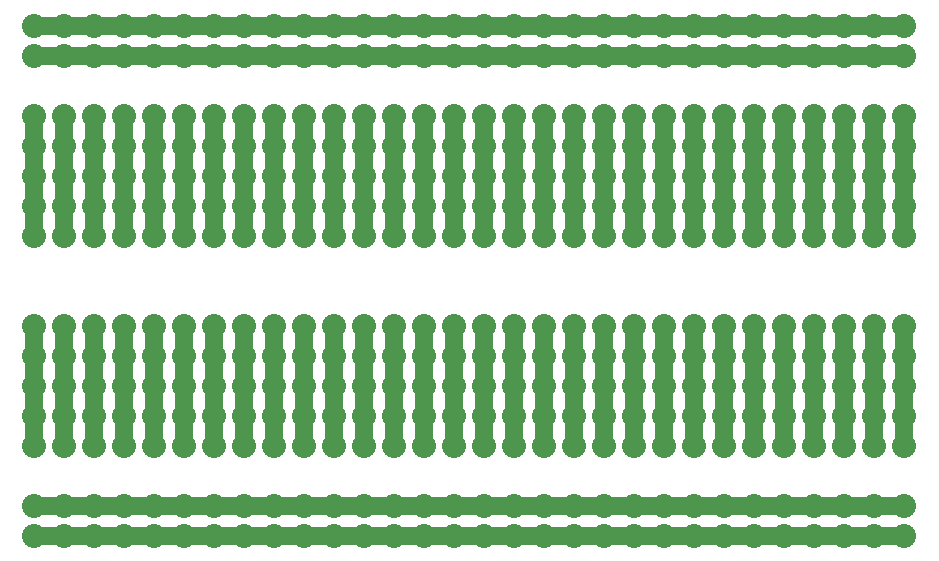
<source format=gbl>
G04 Layer: BottomLayer*
G04 EasyEDA v6.4.7, 2020-11-05T13:47:00--3:00*
G04 c1199a7e55574453b5ef4e22c537c2a6,NaN*
G04 Gerber Generator version 0.2*
G04 Scale: 100 percent, Rotated: No, Reflected: No *
G04 Dimensions in inches *
G04 leading zeros omitted , absolute positions ,2 integer and 4 decimal *
%FSLAX24Y24*%
%MOIN*%
G90*
D02*

%ADD11C,0.060000*%
%ADD12C,0.080000*%

%LPD*%
G54D11*
G01X500Y18000D02*
G01X29500Y18000D01*
G01X500Y15000D02*
G01X500Y11000D01*
G01X500Y17000D02*
G01X29500Y17000D01*
G01X500Y1000D02*
G01X29500Y1000D01*
G01X500Y2000D02*
G01X29500Y2000D01*
G01X500Y8000D02*
G01X500Y4000D01*
G01X1500Y15000D02*
G01X1500Y11000D01*
G01X2500Y15000D02*
G01X2500Y11000D01*
G01X3500Y15000D02*
G01X3500Y11000D01*
G01X4500Y15000D02*
G01X4500Y11000D01*
G01X5500Y15000D02*
G01X5500Y11000D01*
G01X6500Y15000D02*
G01X6500Y11000D01*
G01X7500Y15000D02*
G01X7500Y11000D01*
G01X8500Y15000D02*
G01X8500Y11000D01*
G01X9500Y15000D02*
G01X9500Y11000D01*
G01X10500Y15000D02*
G01X10500Y11000D01*
G01X11500Y15000D02*
G01X11500Y11000D01*
G01X12500Y15000D02*
G01X12500Y11000D01*
G01X13500Y15000D02*
G01X13500Y11000D01*
G01X14500Y15000D02*
G01X14500Y11000D01*
G01X15500Y15000D02*
G01X15500Y11000D01*
G01X16500Y15000D02*
G01X16500Y11000D01*
G01X17500Y15000D02*
G01X17500Y11000D01*
G01X18500Y15000D02*
G01X18500Y11000D01*
G01X19500Y15000D02*
G01X19500Y11000D01*
G01X20500Y15000D02*
G01X20500Y11000D01*
G01X21500Y15000D02*
G01X21500Y11000D01*
G01X22500Y15000D02*
G01X22500Y11000D01*
G01X23500Y15000D02*
G01X23500Y11000D01*
G01X24500Y15000D02*
G01X24500Y11000D01*
G01X25500Y15000D02*
G01X25500Y11000D01*
G01X26500Y15000D02*
G01X26500Y11000D01*
G01X27500Y15000D02*
G01X27500Y11000D01*
G01X28500Y15000D02*
G01X28500Y11000D01*
G01X29500Y15000D02*
G01X29500Y11000D01*
G01X1500Y8000D02*
G01X1500Y4000D01*
G01X2500Y8000D02*
G01X2500Y4000D01*
G01X3500Y8000D02*
G01X3500Y4000D01*
G01X4500Y8000D02*
G01X4500Y4000D01*
G01X5500Y8000D02*
G01X5500Y4000D01*
G01X6500Y8000D02*
G01X6500Y4000D01*
G01X7500Y8000D02*
G01X7500Y4000D01*
G01X8500Y8000D02*
G01X8500Y4000D01*
G01X9500Y8000D02*
G01X9500Y4000D01*
G01X10500Y8000D02*
G01X10500Y4000D01*
G01X11500Y8000D02*
G01X11500Y4000D01*
G01X12500Y8000D02*
G01X12500Y4000D01*
G01X13500Y8000D02*
G01X13500Y4000D01*
G01X14500Y8000D02*
G01X14500Y4000D01*
G01X15500Y8000D02*
G01X15500Y4000D01*
G01X16500Y8000D02*
G01X16500Y4000D01*
G01X17500Y8000D02*
G01X17500Y4000D01*
G01X18500Y8000D02*
G01X18500Y4000D01*
G01X19500Y8000D02*
G01X19500Y4000D01*
G01X20500Y8000D02*
G01X20500Y4000D01*
G01X21500Y8000D02*
G01X21500Y4000D01*
G01X22500Y8000D02*
G01X22500Y4000D01*
G01X23500Y8000D02*
G01X23500Y4000D01*
G01X24500Y8000D02*
G01X24500Y4000D01*
G01X25500Y8000D02*
G01X25500Y4000D01*
G01X26500Y8000D02*
G01X26500Y4000D01*
G01X27500Y8000D02*
G01X27500Y4000D01*
G01X28500Y8000D02*
G01X28500Y4000D01*
G01X29500Y8000D02*
G01X29500Y4000D01*
G54D12*
G01X500Y18000D03*
G01X1500Y18000D03*
G01X3500Y18000D03*
G01X4500Y18000D03*
G01X5500Y18000D03*
G01X6500Y18000D03*
G01X7500Y18000D03*
G01X8500Y18000D03*
G01X9500Y18000D03*
G01X10500Y18000D03*
G01X11500Y18000D03*
G01X12500Y18000D03*
G01X13500Y18000D03*
G01X14500Y18000D03*
G01X15500Y18000D03*
G01X16500Y18000D03*
G01X17500Y18000D03*
G01X18500Y18000D03*
G01X19500Y18000D03*
G01X20500Y18000D03*
G01X21500Y18000D03*
G01X22500Y18000D03*
G01X23500Y18000D03*
G01X24500Y18000D03*
G01X25500Y18000D03*
G01X26500Y18000D03*
G01X27500Y18000D03*
G01X28500Y18000D03*
G01X29500Y18000D03*
G01X500Y15000D03*
G01X500Y14000D03*
G01X500Y13000D03*
G01X500Y12000D03*
G01X500Y11000D03*
G01X500Y17000D03*
G01X1500Y17000D03*
G01X2500Y17000D03*
G01X3500Y17000D03*
G01X4500Y17000D03*
G01X5500Y17000D03*
G01X6500Y17000D03*
G01X7500Y17000D03*
G01X8500Y17000D03*
G01X9500Y17000D03*
G01X10500Y17000D03*
G01X11500Y17000D03*
G01X12500Y17000D03*
G01X13500Y17000D03*
G01X14500Y17000D03*
G01X15500Y17000D03*
G01X16500Y17000D03*
G01X17500Y17000D03*
G01X18500Y17000D03*
G01X19500Y17000D03*
G01X20500Y17000D03*
G01X21500Y17000D03*
G01X22500Y17000D03*
G01X23500Y17000D03*
G01X24500Y17000D03*
G01X25500Y17000D03*
G01X26500Y17000D03*
G01X27500Y17000D03*
G01X28500Y17000D03*
G01X29500Y17000D03*
G01X500Y1000D03*
G01X1500Y1000D03*
G01X2500Y1000D03*
G01X3500Y1000D03*
G01X4500Y1000D03*
G01X5500Y1000D03*
G01X6500Y1000D03*
G01X7500Y1000D03*
G01X8500Y1000D03*
G01X9500Y1000D03*
G01X10500Y1000D03*
G01X11500Y1000D03*
G01X12500Y1000D03*
G01X13500Y1000D03*
G01X14500Y1000D03*
G01X15500Y1000D03*
G01X16500Y1000D03*
G01X17500Y1000D03*
G01X18500Y1000D03*
G01X19500Y1000D03*
G01X20500Y1000D03*
G01X21500Y1000D03*
G01X22500Y1000D03*
G01X23500Y1000D03*
G01X24500Y1000D03*
G01X25500Y1000D03*
G01X26500Y1000D03*
G01X27500Y1000D03*
G01X28500Y1000D03*
G01X29500Y1000D03*
G01X500Y2000D03*
G01X1500Y2000D03*
G01X2500Y2000D03*
G01X3500Y2000D03*
G01X4500Y2000D03*
G01X5500Y2000D03*
G01X6500Y2000D03*
G01X7500Y2000D03*
G01X8500Y2000D03*
G01X9500Y2000D03*
G01X10500Y2000D03*
G01X11500Y2000D03*
G01X12500Y2000D03*
G01X13500Y2000D03*
G01X14500Y2000D03*
G01X15500Y2000D03*
G01X16500Y2000D03*
G01X17500Y2000D03*
G01X18500Y2000D03*
G01X19500Y2000D03*
G01X20500Y2000D03*
G01X21500Y2000D03*
G01X22500Y2000D03*
G01X23500Y2000D03*
G01X24500Y2000D03*
G01X25500Y2000D03*
G01X26500Y2000D03*
G01X27500Y2000D03*
G01X28500Y2000D03*
G01X29500Y2000D03*
G01X500Y8000D03*
G01X500Y7000D03*
G01X500Y6000D03*
G01X500Y5000D03*
G01X500Y4000D03*
G01X1500Y15000D03*
G01X1500Y14000D03*
G01X1500Y13000D03*
G01X1500Y12000D03*
G01X1500Y11000D03*
G01X2500Y15000D03*
G01X2500Y14000D03*
G01X2500Y13000D03*
G01X2500Y12000D03*
G01X2500Y11000D03*
G01X3500Y15000D03*
G01X3500Y14000D03*
G01X3500Y13000D03*
G01X3500Y12000D03*
G01X3500Y11000D03*
G01X4500Y15000D03*
G01X4500Y14000D03*
G01X4500Y13000D03*
G01X4500Y12000D03*
G01X4500Y11000D03*
G01X5500Y15000D03*
G01X5500Y14000D03*
G01X5500Y13000D03*
G01X5500Y12000D03*
G01X5500Y11000D03*
G01X6500Y15000D03*
G01X6500Y14000D03*
G01X6500Y13000D03*
G01X6500Y12000D03*
G01X6500Y11000D03*
G01X7500Y15000D03*
G01X7500Y14000D03*
G01X7500Y13000D03*
G01X7500Y12000D03*
G01X7500Y11000D03*
G01X8500Y15000D03*
G01X8500Y14000D03*
G01X8500Y13000D03*
G01X8500Y12000D03*
G01X8500Y11000D03*
G01X9500Y15000D03*
G01X9500Y14000D03*
G01X9500Y13000D03*
G01X9500Y12000D03*
G01X9500Y11000D03*
G01X10500Y15000D03*
G01X10500Y14000D03*
G01X10500Y13000D03*
G01X10500Y12000D03*
G01X10500Y11000D03*
G01X11500Y15000D03*
G01X11500Y14000D03*
G01X11500Y13000D03*
G01X11500Y12000D03*
G01X11500Y11000D03*
G01X12500Y15000D03*
G01X12500Y14000D03*
G01X12500Y13000D03*
G01X12500Y12000D03*
G01X12500Y11000D03*
G01X13500Y15000D03*
G01X13500Y14000D03*
G01X13500Y13000D03*
G01X13500Y12000D03*
G01X13500Y11000D03*
G01X14500Y15000D03*
G01X14500Y14000D03*
G01X14500Y13000D03*
G01X14500Y12000D03*
G01X14500Y11000D03*
G01X15500Y15000D03*
G01X15500Y14000D03*
G01X15500Y13000D03*
G01X15500Y12000D03*
G01X15500Y11000D03*
G01X16500Y15000D03*
G01X16500Y14000D03*
G01X16500Y13000D03*
G01X16500Y12000D03*
G01X16500Y11000D03*
G01X17500Y15000D03*
G01X17500Y14000D03*
G01X17500Y13000D03*
G01X17500Y12000D03*
G01X17500Y11000D03*
G01X18500Y15000D03*
G01X18500Y14000D03*
G01X18500Y13000D03*
G01X18500Y12000D03*
G01X18500Y11000D03*
G01X19500Y15000D03*
G01X19500Y14000D03*
G01X19500Y13000D03*
G01X19500Y12000D03*
G01X19500Y11000D03*
G01X20500Y15000D03*
G01X20500Y14000D03*
G01X20500Y13000D03*
G01X20500Y12000D03*
G01X20500Y11000D03*
G01X21500Y15000D03*
G01X21500Y14000D03*
G01X21500Y13000D03*
G01X21500Y12000D03*
G01X21500Y11000D03*
G01X22500Y15000D03*
G01X22500Y14000D03*
G01X22500Y13000D03*
G01X22500Y12000D03*
G01X22500Y11000D03*
G01X23500Y15000D03*
G01X23500Y14000D03*
G01X23500Y13000D03*
G01X23500Y12000D03*
G01X23500Y11000D03*
G01X24500Y15000D03*
G01X24500Y14000D03*
G01X24500Y13000D03*
G01X24500Y12000D03*
G01X24500Y11000D03*
G01X25500Y15000D03*
G01X25500Y14000D03*
G01X25500Y13000D03*
G01X25500Y12000D03*
G01X25500Y11000D03*
G01X26500Y15000D03*
G01X26500Y14000D03*
G01X26500Y13000D03*
G01X26500Y12000D03*
G01X26500Y11000D03*
G01X27500Y15000D03*
G01X27500Y14000D03*
G01X27500Y13000D03*
G01X27500Y12000D03*
G01X27500Y11000D03*
G01X28500Y15000D03*
G01X28500Y14000D03*
G01X28500Y13000D03*
G01X28500Y12000D03*
G01X28500Y11000D03*
G01X29500Y15000D03*
G01X29500Y14000D03*
G01X29500Y13000D03*
G01X29500Y12000D03*
G01X29500Y11000D03*
G01X1500Y8000D03*
G01X1500Y7000D03*
G01X1500Y6000D03*
G01X1500Y5000D03*
G01X1500Y4000D03*
G01X2500Y8000D03*
G01X2500Y7000D03*
G01X2500Y6000D03*
G01X2500Y5000D03*
G01X2500Y4000D03*
G01X3500Y8000D03*
G01X3500Y7000D03*
G01X3500Y6000D03*
G01X3500Y5000D03*
G01X3500Y4000D03*
G01X4500Y8000D03*
G01X4500Y7000D03*
G01X4500Y6000D03*
G01X4500Y5000D03*
G01X4500Y4000D03*
G01X5500Y8000D03*
G01X5500Y7000D03*
G01X5500Y6000D03*
G01X5500Y5000D03*
G01X5500Y4000D03*
G01X6500Y8000D03*
G01X6500Y7000D03*
G01X6500Y6000D03*
G01X6500Y5000D03*
G01X6500Y4000D03*
G01X7500Y8000D03*
G01X7500Y7000D03*
G01X7500Y6000D03*
G01X7500Y5000D03*
G01X7500Y4000D03*
G01X8500Y8000D03*
G01X8500Y7000D03*
G01X8500Y6000D03*
G01X8500Y5000D03*
G01X8500Y4000D03*
G01X9500Y8000D03*
G01X9500Y7000D03*
G01X9500Y6000D03*
G01X9500Y5000D03*
G01X9500Y4000D03*
G01X10500Y8000D03*
G01X10500Y7000D03*
G01X10500Y6000D03*
G01X10500Y5000D03*
G01X10500Y4000D03*
G01X11500Y8000D03*
G01X11500Y7000D03*
G01X11500Y6000D03*
G01X11500Y5000D03*
G01X11500Y4000D03*
G01X12500Y8000D03*
G01X12500Y7000D03*
G01X12500Y6000D03*
G01X12500Y5000D03*
G01X12500Y4000D03*
G01X13500Y8000D03*
G01X13500Y7000D03*
G01X13500Y6000D03*
G01X13500Y5000D03*
G01X13500Y4000D03*
G01X14500Y8000D03*
G01X14500Y7000D03*
G01X14500Y6000D03*
G01X14500Y5000D03*
G01X14500Y4000D03*
G01X15500Y8000D03*
G01X15500Y7000D03*
G01X15500Y6000D03*
G01X15500Y5000D03*
G01X15500Y4000D03*
G01X16500Y8000D03*
G01X16500Y7000D03*
G01X16500Y6000D03*
G01X16500Y5000D03*
G01X16500Y4000D03*
G01X17500Y8000D03*
G01X17500Y7000D03*
G01X17500Y6000D03*
G01X17500Y5000D03*
G01X17500Y4000D03*
G01X18500Y8000D03*
G01X18500Y7000D03*
G01X18500Y6000D03*
G01X18500Y5000D03*
G01X18500Y4000D03*
G01X19500Y8000D03*
G01X19500Y7000D03*
G01X19500Y6000D03*
G01X19500Y5000D03*
G01X19500Y4000D03*
G01X20500Y8000D03*
G01X20500Y7000D03*
G01X20500Y6000D03*
G01X20500Y5000D03*
G01X20500Y4000D03*
G01X21500Y8000D03*
G01X21500Y7000D03*
G01X21500Y6000D03*
G01X21500Y5000D03*
G01X21500Y4000D03*
G01X22500Y8000D03*
G01X22500Y7000D03*
G01X22500Y6000D03*
G01X22500Y5000D03*
G01X22500Y4000D03*
G01X23500Y8000D03*
G01X23500Y7000D03*
G01X23500Y6000D03*
G01X23500Y5000D03*
G01X23500Y4000D03*
G01X24500Y8000D03*
G01X24500Y7000D03*
G01X24500Y6000D03*
G01X24500Y5000D03*
G01X24500Y4000D03*
G01X25500Y8000D03*
G01X25500Y7000D03*
G01X25500Y6000D03*
G01X25500Y5000D03*
G01X25500Y4000D03*
G01X26500Y8000D03*
G01X26500Y7000D03*
G01X26500Y6000D03*
G01X26500Y5000D03*
G01X26500Y4000D03*
G01X27500Y8000D03*
G01X27500Y7000D03*
G01X27500Y6000D03*
G01X27500Y5000D03*
G01X27500Y4000D03*
G01X28500Y8000D03*
G01X28500Y7000D03*
G01X28500Y6000D03*
G01X28500Y5000D03*
G01X28500Y4000D03*
G01X29500Y8000D03*
G01X29500Y7000D03*
G01X29500Y6000D03*
G01X29500Y5000D03*
G01X29500Y4000D03*
G01X2500Y18000D03*
M00*
M02*

</source>
